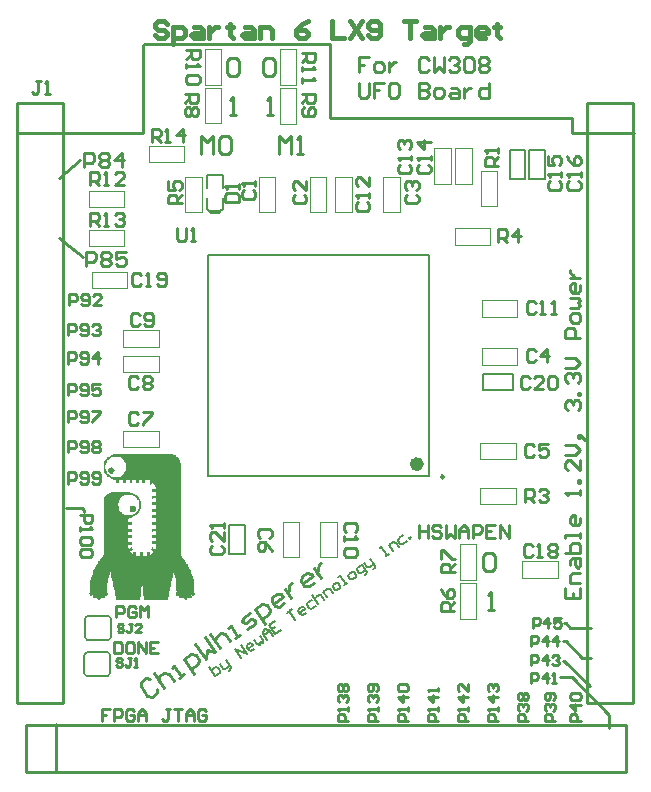
<source format=gto>
G04*
G04 #@! TF.GenerationSoftware,Altium Limited,Altium Designer,18.1.9 (240)*
G04*
G04 Layer_Color=65535*
%FSLAX25Y25*%
%MOIN*%
G70*
G01*
G75*
%ADD10C,0.00787*%
%ADD11C,0.00984*%
%ADD12C,0.02362*%
%ADD13C,0.01000*%
%ADD14C,0.00394*%
%ADD15C,0.00500*%
%ADD16C,0.00800*%
%ADD17C,0.01500*%
G36*
X152544Y205617D02*
X153534D01*
Y205369D01*
X153782D01*
Y205121D01*
X154029D01*
Y204874D01*
X154277D01*
Y204626D01*
X154524D01*
Y204379D01*
X154772D01*
Y204131D01*
Y203884D01*
X155019D01*
Y203636D01*
Y203388D01*
Y203141D01*
X155267D01*
Y202893D01*
Y202646D01*
Y202398D01*
Y202151D01*
Y201903D01*
Y201655D01*
Y201408D01*
Y201160D01*
Y200913D01*
Y200665D01*
Y200417D01*
Y200170D01*
Y199922D01*
Y199675D01*
Y199427D01*
Y199180D01*
Y198932D01*
Y198685D01*
Y198437D01*
Y198189D01*
Y197942D01*
Y197694D01*
Y197447D01*
Y197199D01*
Y196951D01*
Y196704D01*
Y196456D01*
Y196209D01*
Y195961D01*
Y195714D01*
Y195466D01*
Y195219D01*
Y194971D01*
Y194723D01*
Y194476D01*
Y194228D01*
Y193981D01*
Y193733D01*
Y193485D01*
Y193238D01*
Y192990D01*
Y192743D01*
Y192495D01*
Y192248D01*
Y192000D01*
Y191753D01*
Y191505D01*
Y191257D01*
Y191010D01*
Y190762D01*
Y190515D01*
Y190267D01*
Y190020D01*
Y189772D01*
Y189524D01*
Y189277D01*
Y189029D01*
Y188782D01*
Y188534D01*
Y188286D01*
Y188039D01*
Y187791D01*
Y187544D01*
Y187296D01*
Y187049D01*
Y186801D01*
Y186553D01*
Y186306D01*
Y186058D01*
Y185811D01*
Y185563D01*
Y185316D01*
Y185068D01*
Y184820D01*
Y184573D01*
Y184325D01*
Y184078D01*
Y183830D01*
Y183583D01*
Y183335D01*
Y183087D01*
Y182840D01*
Y182592D01*
Y182345D01*
Y182097D01*
Y181850D01*
Y181602D01*
Y181354D01*
Y181107D01*
Y180859D01*
Y180612D01*
Y180364D01*
Y180116D01*
Y179869D01*
Y179621D01*
Y179374D01*
Y179126D01*
Y178879D01*
Y178631D01*
Y178384D01*
Y178136D01*
Y177888D01*
Y177641D01*
Y177393D01*
Y177146D01*
Y176898D01*
Y176651D01*
Y176403D01*
Y176155D01*
Y175908D01*
Y175660D01*
Y175413D01*
Y175165D01*
Y174917D01*
Y174670D01*
Y174422D01*
Y174175D01*
Y173927D01*
Y173680D01*
Y173432D01*
Y173185D01*
Y172937D01*
Y172689D01*
Y172442D01*
Y172194D01*
Y171947D01*
X155515D01*
Y171699D01*
Y171451D01*
X155762D01*
Y171204D01*
X156010D01*
Y170956D01*
X156257D01*
Y170709D01*
X156505D01*
Y170461D01*
Y170214D01*
X156753D01*
Y169966D01*
X157000D01*
Y169719D01*
Y169471D01*
X157248D01*
Y169223D01*
X157495D01*
Y168976D01*
Y168728D01*
X157743D01*
Y168481D01*
Y168233D01*
X157990D01*
Y167985D01*
Y167738D01*
X158238D01*
Y167490D01*
Y167243D01*
X158485D01*
Y166995D01*
Y166748D01*
Y166500D01*
X158733D01*
Y166252D01*
Y166005D01*
X158981D01*
Y165757D01*
Y165510D01*
Y165262D01*
X159228D01*
Y165015D01*
Y164767D01*
Y164519D01*
Y164272D01*
X159476D01*
Y164024D01*
Y163777D01*
Y163529D01*
Y163282D01*
Y163034D01*
Y162786D01*
Y162539D01*
X159723D01*
Y162291D01*
Y162044D01*
Y161796D01*
Y161548D01*
Y161301D01*
Y161053D01*
Y160806D01*
Y160558D01*
Y160311D01*
X159476D01*
Y160063D01*
X159723D01*
Y159816D01*
X159971D01*
Y159568D01*
Y159320D01*
Y159073D01*
X159723D01*
Y158825D01*
X158981D01*
Y159073D01*
X158733D01*
Y158825D01*
Y158578D01*
X158981D01*
Y158330D01*
Y158082D01*
X158733D01*
Y157835D01*
X157743D01*
Y158082D01*
X157495D01*
Y157835D01*
X157248D01*
Y157587D01*
Y157340D01*
X156505D01*
Y157587D01*
X156257D01*
Y157835D01*
X156010D01*
Y158082D01*
X155762D01*
Y157835D01*
X154772D01*
Y158082D01*
X154524D01*
Y158330D01*
Y158578D01*
X154772D01*
Y158825D01*
X153782D01*
Y159073D01*
X153534D01*
Y159320D01*
Y159568D01*
Y159816D01*
X153782D01*
Y160063D01*
X154029D01*
Y160311D01*
X153782D01*
Y160558D01*
Y160806D01*
Y161053D01*
Y161301D01*
Y161548D01*
Y161796D01*
Y162044D01*
Y162291D01*
Y162539D01*
Y162786D01*
Y163034D01*
Y163282D01*
X153534D01*
Y163529D01*
Y163777D01*
Y164024D01*
Y164272D01*
Y164519D01*
Y164767D01*
X153286D01*
Y165015D01*
Y165262D01*
Y165510D01*
Y165757D01*
X153039D01*
Y166005D01*
Y166252D01*
Y166500D01*
X152791D01*
Y166252D01*
X152544D01*
Y166005D01*
Y165757D01*
Y165510D01*
Y165262D01*
Y165015D01*
Y164767D01*
Y164519D01*
X152296D01*
Y164272D01*
Y164024D01*
Y163777D01*
Y163529D01*
X152049D01*
Y163282D01*
Y163034D01*
Y162786D01*
Y162539D01*
X151801D01*
Y162291D01*
Y162044D01*
Y161796D01*
Y161548D01*
X151553D01*
Y161301D01*
Y161053D01*
Y160806D01*
Y160558D01*
Y160311D01*
X151306D01*
Y160063D01*
Y159816D01*
Y159568D01*
Y159320D01*
Y159073D01*
Y158825D01*
Y158578D01*
Y158330D01*
X151058D01*
Y158082D01*
Y157835D01*
Y157587D01*
Y157340D01*
X142888D01*
Y157587D01*
Y157835D01*
Y158082D01*
Y158330D01*
Y158578D01*
Y158825D01*
X142641D01*
Y159073D01*
Y159320D01*
Y159568D01*
Y159816D01*
Y160063D01*
Y160311D01*
Y160558D01*
Y160806D01*
Y161053D01*
Y161301D01*
Y161548D01*
Y161796D01*
Y162044D01*
X142393D01*
Y162291D01*
Y162539D01*
Y162786D01*
Y163034D01*
Y163282D01*
Y163529D01*
Y163777D01*
X142146D01*
Y163529D01*
Y163282D01*
Y163034D01*
Y162786D01*
Y162539D01*
Y162291D01*
Y162044D01*
Y161796D01*
Y161548D01*
X141898D01*
Y161301D01*
Y161053D01*
Y160806D01*
Y160558D01*
Y160311D01*
Y160063D01*
Y159816D01*
Y159568D01*
Y159320D01*
Y159073D01*
Y158825D01*
Y158578D01*
Y158330D01*
X141650D01*
Y158082D01*
Y157835D01*
Y157587D01*
Y157340D01*
X133481D01*
Y157587D01*
Y157835D01*
Y158082D01*
Y158330D01*
Y158578D01*
Y158825D01*
X133233D01*
Y159073D01*
Y159320D01*
Y159568D01*
Y159816D01*
Y160063D01*
Y160311D01*
Y160558D01*
X132985D01*
Y160806D01*
Y161053D01*
Y161301D01*
Y161548D01*
X132738D01*
Y161796D01*
Y162044D01*
Y162291D01*
Y162539D01*
X132490D01*
Y162786D01*
Y163034D01*
Y163282D01*
Y163529D01*
Y163777D01*
X132243D01*
Y164024D01*
Y164272D01*
Y164519D01*
Y164767D01*
X131995D01*
Y165015D01*
Y165262D01*
Y165510D01*
Y165757D01*
Y166005D01*
Y166252D01*
Y166500D01*
X131500D01*
Y166252D01*
Y166005D01*
Y165757D01*
Y165510D01*
X131252D01*
Y165262D01*
Y165015D01*
Y164767D01*
Y164519D01*
X131005D01*
Y164272D01*
Y164024D01*
Y163777D01*
Y163529D01*
Y163282D01*
Y163034D01*
X130757D01*
Y162786D01*
Y162539D01*
Y162291D01*
Y162044D01*
Y161796D01*
Y161548D01*
Y161301D01*
Y161053D01*
Y160806D01*
Y160558D01*
Y160311D01*
Y160063D01*
Y159816D01*
X131005D01*
Y159568D01*
Y159320D01*
Y159073D01*
X130757D01*
Y158825D01*
X129767D01*
Y158578D01*
X130015D01*
Y158330D01*
Y158082D01*
X129767D01*
Y157835D01*
X128777D01*
Y158082D01*
X128529D01*
Y157835D01*
Y157587D01*
X128281D01*
Y157340D01*
X127539D01*
Y157587D01*
X127291D01*
Y157835D01*
Y158082D01*
X126796D01*
Y157835D01*
X125806D01*
Y158082D01*
Y158330D01*
Y158578D01*
Y158825D01*
Y159073D01*
X125558D01*
Y158825D01*
X124815D01*
Y159073D01*
Y159320D01*
X124568D01*
Y159568D01*
Y159816D01*
X124815D01*
Y160063D01*
X125063D01*
Y160311D01*
X124815D01*
Y160558D01*
Y160806D01*
Y161053D01*
Y161301D01*
Y161548D01*
Y161796D01*
Y162044D01*
Y162291D01*
X125063D01*
Y162539D01*
Y162786D01*
Y163034D01*
Y163282D01*
Y163529D01*
Y163777D01*
Y164024D01*
X125311D01*
Y164272D01*
Y164519D01*
Y164767D01*
Y165015D01*
X125558D01*
Y165262D01*
Y165510D01*
Y165757D01*
X125806D01*
Y166005D01*
Y166252D01*
Y166500D01*
X126053D01*
Y166748D01*
Y166995D01*
Y167243D01*
X126301D01*
Y167490D01*
Y167738D01*
X126549D01*
Y167985D01*
Y168233D01*
X126796D01*
Y168481D01*
Y168728D01*
X127044D01*
Y168976D01*
X127291D01*
Y169223D01*
Y169471D01*
X127539D01*
Y169719D01*
Y169966D01*
X127786D01*
Y170214D01*
X128034D01*
Y170461D01*
X128281D01*
Y170709D01*
Y170956D01*
X128529D01*
Y171204D01*
X128777D01*
Y171451D01*
X129024D01*
Y171699D01*
X129272D01*
Y171947D01*
Y172194D01*
X129519D01*
Y172442D01*
Y172689D01*
Y172937D01*
Y173185D01*
Y173432D01*
Y173680D01*
Y173927D01*
Y174175D01*
Y174422D01*
Y174670D01*
Y174917D01*
Y175165D01*
Y175413D01*
Y175660D01*
Y175908D01*
Y176155D01*
Y176403D01*
Y176651D01*
Y176898D01*
Y177146D01*
Y177393D01*
Y177641D01*
Y177888D01*
Y178136D01*
Y178384D01*
Y178631D01*
Y178879D01*
Y179126D01*
Y179374D01*
Y179621D01*
Y179869D01*
Y180116D01*
Y180364D01*
Y180612D01*
Y180859D01*
Y181107D01*
Y181354D01*
Y181602D01*
Y181850D01*
Y182097D01*
Y182345D01*
Y182592D01*
Y182840D01*
Y183087D01*
Y183335D01*
Y183583D01*
Y183830D01*
Y184078D01*
Y184325D01*
Y184573D01*
Y184820D01*
Y185068D01*
Y185316D01*
Y185563D01*
Y185811D01*
Y186058D01*
Y186306D01*
Y186553D01*
Y186801D01*
Y187049D01*
Y187296D01*
Y187544D01*
Y187791D01*
Y188039D01*
Y188286D01*
Y188534D01*
Y188782D01*
Y189029D01*
Y189277D01*
Y189524D01*
Y189772D01*
Y190020D01*
Y190267D01*
Y190515D01*
Y190762D01*
Y191010D01*
Y191257D01*
X129767D01*
Y191505D01*
Y191753D01*
X130015D01*
Y192000D01*
X130262D01*
Y192248D01*
X130510D01*
Y192495D01*
X130757D01*
Y192743D01*
X131252D01*
Y192990D01*
X131995D01*
Y193238D01*
X138432D01*
Y192990D01*
X139422D01*
Y192743D01*
X139918D01*
Y192495D01*
X140165D01*
Y192248D01*
X140660D01*
Y192000D01*
X140908D01*
Y191753D01*
X141155D01*
Y191505D01*
Y191257D01*
X141403D01*
Y191010D01*
X141650D01*
Y190762D01*
Y190515D01*
Y190267D01*
X141898D01*
Y190020D01*
Y189772D01*
Y189524D01*
Y189277D01*
Y189029D01*
Y188782D01*
Y188534D01*
Y188286D01*
Y188039D01*
Y187791D01*
X141650D01*
Y187544D01*
Y187296D01*
Y187049D01*
X141403D01*
Y186801D01*
X141155D01*
Y186553D01*
Y186306D01*
X140908D01*
Y186058D01*
X140660D01*
Y185811D01*
X140413D01*
Y185563D01*
X139918D01*
Y185316D01*
X139422D01*
Y185068D01*
X138927D01*
Y184820D01*
X138184D01*
Y184573D01*
X137937D01*
Y184325D01*
X137689D01*
Y184078D01*
Y183830D01*
Y183583D01*
Y183335D01*
X138927D01*
Y183087D01*
Y182840D01*
Y182592D01*
Y182345D01*
X137689D01*
Y182097D01*
Y181850D01*
Y181602D01*
Y181354D01*
Y181107D01*
X138927D01*
Y180859D01*
Y180612D01*
Y180364D01*
Y180116D01*
X137689D01*
Y179869D01*
Y179621D01*
Y179374D01*
Y179126D01*
Y178879D01*
X138927D01*
Y178631D01*
Y178384D01*
Y178136D01*
Y177888D01*
X137689D01*
Y177641D01*
Y177393D01*
Y177146D01*
Y176898D01*
Y176651D01*
X138927D01*
Y176403D01*
Y176155D01*
Y175908D01*
Y175660D01*
X137689D01*
Y175413D01*
Y175165D01*
Y174917D01*
Y174670D01*
X137937D01*
Y174422D01*
X138432D01*
Y174670D01*
X138680D01*
Y174917D01*
X138927D01*
Y174670D01*
Y174422D01*
X139175D01*
Y174175D01*
X139422D01*
Y173927D01*
X138927D01*
Y173680D01*
X138432D01*
Y173432D01*
Y173185D01*
X138680D01*
Y172937D01*
X138927D01*
Y172689D01*
X139175D01*
Y172442D01*
X139422D01*
Y172689D01*
Y172937D01*
Y173185D01*
X140413D01*
Y172937D01*
Y172689D01*
Y172442D01*
Y172194D01*
Y171947D01*
X141650D01*
Y172194D01*
Y172442D01*
Y172689D01*
Y172937D01*
Y173185D01*
X142641D01*
Y172937D01*
Y172689D01*
Y172442D01*
Y172194D01*
Y171947D01*
X143879D01*
Y172194D01*
Y172442D01*
Y172689D01*
Y172937D01*
Y173185D01*
X144869D01*
Y172937D01*
Y172689D01*
Y172442D01*
X145364D01*
Y172689D01*
X145612D01*
Y172937D01*
X145859D01*
Y173185D01*
X146107D01*
Y173432D01*
Y173680D01*
X145612D01*
Y173927D01*
X145364D01*
Y174175D01*
Y174422D01*
X145612D01*
Y174670D01*
Y174917D01*
X145859D01*
Y174670D01*
X146107D01*
Y174422D01*
X146850D01*
Y174670D01*
Y174917D01*
Y175165D01*
Y175413D01*
Y175660D01*
Y175908D01*
X145612D01*
Y176155D01*
Y176403D01*
Y176651D01*
Y176898D01*
X146850D01*
Y177146D01*
Y177393D01*
Y177641D01*
Y177888D01*
Y178136D01*
X145612D01*
Y178384D01*
Y178631D01*
Y178879D01*
Y179126D01*
X146850D01*
Y179374D01*
Y179621D01*
Y179869D01*
Y180116D01*
Y180364D01*
X145859D01*
Y180116D01*
X145612D01*
Y180364D01*
Y180612D01*
Y180859D01*
Y181107D01*
X146850D01*
Y181354D01*
Y181602D01*
Y181850D01*
Y182097D01*
Y182345D01*
X145612D01*
Y182592D01*
Y182840D01*
Y183087D01*
Y183335D01*
X146850D01*
Y183583D01*
Y183830D01*
Y184078D01*
Y184325D01*
Y184573D01*
X145612D01*
Y184820D01*
Y185068D01*
Y185316D01*
Y185563D01*
X146850D01*
Y185811D01*
Y186058D01*
Y186306D01*
Y186553D01*
Y186801D01*
X145612D01*
Y187049D01*
Y187296D01*
Y187544D01*
Y187791D01*
X146850D01*
Y188039D01*
Y188286D01*
Y188534D01*
Y188782D01*
Y189029D01*
X145612D01*
Y189277D01*
Y189524D01*
Y189772D01*
Y190020D01*
X146850D01*
Y190267D01*
Y190515D01*
Y190762D01*
Y191010D01*
Y191257D01*
X145859D01*
Y191010D01*
X145612D01*
Y191257D01*
Y191505D01*
Y191753D01*
Y192000D01*
X146850D01*
Y192248D01*
Y192495D01*
Y192743D01*
Y192990D01*
Y193238D01*
X145612D01*
Y193485D01*
Y193733D01*
Y193981D01*
Y194228D01*
X146850D01*
Y194476D01*
Y194723D01*
Y194971D01*
X146602D01*
Y195219D01*
Y195466D01*
Y195714D01*
X146354D01*
Y195961D01*
X146107D01*
Y196209D01*
X145612D01*
Y195961D01*
X145364D01*
Y195714D01*
X145116D01*
Y195961D01*
X144869D01*
Y196209D01*
X144621D01*
Y196456D01*
X144869D01*
Y196704D01*
X145116D01*
Y196951D01*
Y197199D01*
X144621D01*
Y197447D01*
X143384D01*
Y197199D01*
Y196951D01*
Y196704D01*
Y196456D01*
X142641D01*
Y196209D01*
X142393D01*
Y196456D01*
Y196704D01*
Y196951D01*
Y197199D01*
Y197447D01*
X141155D01*
Y197199D01*
Y196951D01*
Y196704D01*
Y196456D01*
X140413D01*
Y196209D01*
X140165D01*
Y196456D01*
Y196704D01*
Y196951D01*
Y197199D01*
Y197447D01*
X138927D01*
Y197199D01*
Y196951D01*
Y196704D01*
Y196456D01*
X138184D01*
Y196704D01*
Y196951D01*
Y197199D01*
Y197447D01*
X136947D01*
Y197199D01*
Y196951D01*
Y196704D01*
Y196456D01*
Y196209D01*
X136699D01*
Y196456D01*
X135956D01*
Y196704D01*
Y196951D01*
Y197199D01*
Y197447D01*
X134719D01*
Y197199D01*
Y196951D01*
Y196704D01*
Y196456D01*
Y196209D01*
X134471D01*
Y196456D01*
X133728D01*
Y196704D01*
Y196951D01*
Y197199D01*
Y197447D01*
X132738D01*
Y197694D01*
X131995D01*
Y197942D01*
X131500D01*
Y198189D01*
X131005D01*
Y198437D01*
X130757D01*
Y198685D01*
X130510D01*
Y198932D01*
X130262D01*
Y199180D01*
X130015D01*
Y199427D01*
Y199675D01*
X129767D01*
Y199922D01*
Y200170D01*
X129519D01*
Y200417D01*
Y200665D01*
Y200913D01*
Y201160D01*
Y201408D01*
Y201655D01*
Y201903D01*
Y202151D01*
Y202398D01*
Y202646D01*
Y202893D01*
Y203141D01*
X129767D01*
Y203388D01*
Y203636D01*
X130015D01*
Y203884D01*
Y204131D01*
X130262D01*
Y204379D01*
X130510D01*
Y204626D01*
X130757D01*
Y204874D01*
X131005D01*
Y205121D01*
X131500D01*
Y205369D01*
X131995D01*
Y205617D01*
X132738D01*
Y205864D01*
X152544D01*
Y205617D01*
D02*
G37*
%LPC*%
G36*
X134471Y205121D02*
X132490D01*
Y204874D01*
X131995D01*
Y204626D01*
X131500D01*
Y204379D01*
X131252D01*
Y204131D01*
X131005D01*
Y203884D01*
X130757D01*
Y203636D01*
X130510D01*
Y203388D01*
Y203141D01*
X130262D01*
Y202893D01*
Y202646D01*
Y202398D01*
X130015D01*
Y202151D01*
Y201903D01*
Y201655D01*
Y201408D01*
Y201160D01*
Y200913D01*
X130262D01*
Y200665D01*
Y200417D01*
Y200170D01*
X130510D01*
Y199922D01*
Y199675D01*
X130757D01*
Y199427D01*
X131005D01*
Y199180D01*
X131252D01*
Y198932D01*
X131500D01*
Y198685D01*
X131995D01*
Y198437D01*
X132490D01*
Y198189D01*
X134719D01*
Y198437D01*
X135214D01*
Y198685D01*
X135709D01*
Y198932D01*
X135956D01*
Y199180D01*
X136204D01*
Y199427D01*
X136451D01*
Y199675D01*
Y199922D01*
X136699D01*
Y200170D01*
Y200417D01*
X136947D01*
Y200665D01*
Y200913D01*
Y201160D01*
Y201408D01*
Y201655D01*
Y201903D01*
Y202151D01*
Y202398D01*
Y202646D01*
Y202893D01*
X136699D01*
Y203141D01*
Y203388D01*
X136451D01*
Y203636D01*
Y203884D01*
X136204D01*
Y204131D01*
X135956D01*
Y204379D01*
X135709D01*
Y204626D01*
X135214D01*
Y204874D01*
X134471D01*
Y205121D01*
D02*
G37*
G36*
X138680Y192495D02*
X136947D01*
Y192248D01*
X136204D01*
Y192000D01*
X135709D01*
Y191753D01*
X135461D01*
Y191505D01*
X135214D01*
Y191257D01*
X134966D01*
Y191010D01*
Y190762D01*
X134719D01*
Y190515D01*
X134471D01*
Y190267D01*
Y190020D01*
Y189772D01*
Y189524D01*
X134223D01*
Y189277D01*
Y189029D01*
Y188782D01*
Y188534D01*
X134471D01*
Y188286D01*
Y188039D01*
Y187791D01*
Y187544D01*
X134719D01*
Y187296D01*
Y187049D01*
X134966D01*
Y186801D01*
X135214D01*
Y186553D01*
X135461D01*
Y186306D01*
X135709D01*
Y186058D01*
X136204D01*
Y185811D01*
X136699D01*
Y185563D01*
X138927D01*
Y185811D01*
X139422D01*
Y186058D01*
X139918D01*
Y186306D01*
X140165D01*
Y186553D01*
X140413D01*
Y186801D01*
X140660D01*
Y187049D01*
X140908D01*
Y187296D01*
Y187544D01*
X141155D01*
Y187791D01*
Y188039D01*
Y188286D01*
Y188534D01*
X141403D01*
Y188782D01*
Y189029D01*
Y189277D01*
Y189524D01*
X141155D01*
Y189772D01*
Y190020D01*
Y190267D01*
Y190515D01*
X140908D01*
Y190762D01*
X140660D01*
Y191010D01*
Y191257D01*
X140413D01*
Y191505D01*
X140165D01*
Y191753D01*
X139918D01*
Y192000D01*
X139422D01*
Y192248D01*
X138680D01*
Y192495D01*
D02*
G37*
%LPD*%
G36*
X132243Y201408D02*
X132738D01*
Y201160D01*
X132985D01*
Y200913D01*
Y200665D01*
X133233D01*
Y200417D01*
X132985D01*
Y200170D01*
Y199922D01*
X132738D01*
Y199675D01*
X132490D01*
Y199427D01*
X131500D01*
Y199675D01*
X131252D01*
Y199922D01*
X131005D01*
Y200170D01*
Y200417D01*
Y200665D01*
Y200913D01*
X131252D01*
Y201160D01*
Y201408D01*
X131995D01*
Y201655D01*
X132243D01*
Y201408D01*
D02*
G37*
G36*
X139918Y188286D02*
X140165D01*
Y188039D01*
Y187791D01*
Y187544D01*
Y187296D01*
Y187049D01*
X139918D01*
Y186801D01*
X139670D01*
Y186553D01*
X138680D01*
Y186801D01*
X138432D01*
Y187049D01*
X138184D01*
Y187296D01*
Y187544D01*
Y187791D01*
Y188039D01*
Y188286D01*
X138432D01*
Y188534D01*
X139918D01*
Y188286D01*
D02*
G37*
D10*
X124350Y151937D02*
G03*
X123169Y150756I0J-1181D01*
G01*
Y144850D02*
G03*
X123957Y144063I787J0D01*
G01*
X131043D02*
G03*
X131831Y144850I0J787D01*
G01*
Y151150D02*
G03*
X131043Y151937I-787J0D01*
G01*
X124229Y139937D02*
G03*
X123048Y138756I0J-1181D01*
G01*
Y132850D02*
G03*
X123835Y132063I787J0D01*
G01*
X130922D02*
G03*
X131709Y132850I0J787D01*
G01*
Y139150D02*
G03*
X130922Y139937I-787J0D01*
G01*
X176559Y173169D02*
Y181831D01*
X171441Y173169D02*
Y181831D01*
X176559D02*
Y182421D01*
X171441Y181831D02*
Y182421D01*
Y172579D02*
Y173169D01*
X176559Y172579D02*
Y173169D01*
X171441Y172579D02*
X176559D01*
X171441Y182421D02*
X176559D01*
X256669Y232559D02*
X265331D01*
X256669Y227441D02*
X265331D01*
X256079Y232559D02*
X256669D01*
X256079Y227441D02*
X256669D01*
X265331D02*
X265921D01*
X265331Y232559D02*
X265921D01*
Y227441D02*
Y232559D01*
X256079Y227441D02*
Y232559D01*
X264941Y298169D02*
Y306831D01*
X270059Y298169D02*
Y306831D01*
X264941Y297579D02*
Y298169D01*
X270059Y297579D02*
Y298169D01*
Y306831D02*
Y307421D01*
X264941Y306831D02*
Y307421D01*
X270059D01*
X264941Y297579D02*
X270059D01*
X271441Y298169D02*
Y306831D01*
X276559Y298169D02*
Y306831D01*
X271441Y297579D02*
Y298169D01*
X276559Y297579D02*
Y298169D01*
Y306831D02*
Y307421D01*
X271441Y306831D02*
Y307421D01*
X276559D01*
X271441Y297579D02*
X276559D01*
X123169Y144850D02*
Y150756D01*
X123957Y144063D02*
X131043D01*
X131831Y144850D02*
Y151150D01*
X124350Y151937D02*
X131043D01*
X123048Y132850D02*
Y138756D01*
X123835Y132063D02*
X130922D01*
X131709Y132850D02*
Y139150D01*
X124229Y139937D02*
X130922D01*
X237811Y198689D02*
Y272311D01*
X164189Y198689D02*
Y272311D01*
Y198689D02*
X237811D01*
X164189Y272311D02*
X237811D01*
D11*
X242929Y198394D02*
G03*
X242929Y198394I-492J0D01*
G01*
D12*
X235055Y202626D02*
G03*
X235055Y202626I-1181J0D01*
G01*
D13*
X122500Y188000D02*
X123000Y186500D01*
X117000Y188000D02*
X122500D01*
X306000Y123000D02*
Y323000D01*
X100626Y313000D02*
X116374D01*
X100626Y323000D02*
X116000D01*
Y123000D02*
Y323000D01*
X100626Y123000D02*
X116000D01*
X100626D02*
Y323000D01*
X113500Y100126D02*
Y115874D01*
X103500Y100126D02*
Y115500D01*
X303500D01*
Y100126D02*
Y115500D01*
X103500Y100126D02*
X303500D01*
X290626Y313000D02*
X306374D01*
X290626Y323000D02*
X306000D01*
X290626Y123000D02*
X306000D01*
X290626D02*
Y323000D01*
X114500Y278000D02*
X122500Y271500D01*
X114500Y298000D02*
X121500Y304000D01*
X298000Y114500D02*
Y119000D01*
X285500Y131500D02*
X298000Y119000D01*
X281500Y131500D02*
X285500D01*
X282500Y137000D02*
X283000D01*
X291500Y128500D01*
X282500Y143500D02*
X283500D01*
X289000Y138000D01*
X292000D01*
X283000Y149500D02*
X283500D01*
X285000Y148000D01*
X292000D01*
X143000Y342500D02*
X205000D01*
Y318000D02*
Y342500D01*
Y318000D02*
X285500D01*
Y313000D02*
Y318000D01*
Y313000D02*
X290626D01*
X116374D02*
X142500D01*
Y342000D01*
X143000Y342500D01*
X217832Y338193D02*
X214500D01*
Y335693D01*
X216166D01*
X214500D01*
Y333194D01*
X220331D02*
X221998D01*
X222831Y334027D01*
Y335693D01*
X221998Y336526D01*
X220331D01*
X219498Y335693D01*
Y334027D01*
X220331Y333194D01*
X224497Y336526D02*
Y333194D01*
Y334860D01*
X225330Y335693D01*
X226163Y336526D01*
X226996D01*
X237826Y337359D02*
X236993Y338193D01*
X235327D01*
X234493Y337359D01*
Y334027D01*
X235327Y333194D01*
X236993D01*
X237826Y334027D01*
X239492Y338193D02*
Y333194D01*
X241158Y334860D01*
X242824Y333194D01*
Y338193D01*
X244490Y337359D02*
X245323Y338193D01*
X246989D01*
X247822Y337359D01*
Y336526D01*
X246989Y335693D01*
X246156D01*
X246989D01*
X247822Y334860D01*
Y334027D01*
X246989Y333194D01*
X245323D01*
X244490Y334027D01*
X249489Y337359D02*
X250322Y338193D01*
X251988D01*
X252821Y337359D01*
Y334027D01*
X251988Y333194D01*
X250322D01*
X249489Y334027D01*
Y337359D01*
X254487D02*
X255320Y338193D01*
X256986D01*
X257819Y337359D01*
Y336526D01*
X256986Y335693D01*
X257819Y334860D01*
Y334027D01*
X256986Y333194D01*
X255320D01*
X254487Y334027D01*
Y334860D01*
X255320Y335693D01*
X254487Y336526D01*
Y337359D01*
X255320Y335693D02*
X256986D01*
X214500Y329795D02*
Y325629D01*
X215333Y324796D01*
X216999D01*
X217832Y325629D01*
Y329795D01*
X222831D02*
X219498D01*
Y327295D01*
X221164D01*
X219498D01*
Y324796D01*
X226996Y329795D02*
X225330D01*
X224497Y328961D01*
Y325629D01*
X225330Y324796D01*
X226996D01*
X227829Y325629D01*
Y328961D01*
X226996Y329795D01*
X234493D02*
Y324796D01*
X236993D01*
X237826Y325629D01*
Y326462D01*
X236993Y327295D01*
X234493D01*
X236993D01*
X237826Y328128D01*
Y328961D01*
X236993Y329795D01*
X234493D01*
X240325Y324796D02*
X241991D01*
X242824Y325629D01*
Y327295D01*
X241991Y328128D01*
X240325D01*
X239492Y327295D01*
Y325629D01*
X240325Y324796D01*
X245323Y328128D02*
X246989D01*
X247822Y327295D01*
Y324796D01*
X245323D01*
X244490Y325629D01*
X245323Y326462D01*
X247822D01*
X249489Y328128D02*
Y324796D01*
Y326462D01*
X250322Y327295D01*
X251155Y328128D01*
X251988D01*
X257819Y329795D02*
Y324796D01*
X255320D01*
X254487Y325629D01*
Y327295D01*
X255320Y328128D01*
X257819D01*
X145071Y130935D02*
X143678Y131177D01*
X142042Y130027D01*
X141800Y128635D01*
X144099Y125364D01*
X145492Y125121D01*
X147128Y126271D01*
X147371Y127664D01*
X146131Y132902D02*
X149581Y127996D01*
X147856Y130449D01*
X148099Y131842D01*
X149734Y132992D01*
X151127Y132749D01*
X152852Y130296D01*
X154488Y131446D02*
X156123Y132596D01*
X155306Y132021D01*
X153006Y135292D01*
X152188Y134717D01*
X159727Y132685D02*
X156277Y137592D01*
X158730Y139317D01*
X160123Y139074D01*
X161273Y137438D01*
X161030Y136046D01*
X158577Y134321D01*
X160033Y142677D02*
X163483Y137771D01*
X163969Y140556D01*
X166754Y140071D01*
X163304Y144977D01*
X164940Y146127D02*
X168390Y141221D01*
X166665Y143674D01*
X166908Y145067D01*
X168543Y146217D01*
X169936Y145974D01*
X171661Y143521D01*
X173296Y144671D02*
X174932Y145821D01*
X174114Y145246D01*
X171814Y148517D01*
X170996Y147942D01*
X177385Y147546D02*
X179838Y149270D01*
X180081Y150663D01*
X178688Y150906D01*
X177053Y149756D01*
X175660Y149999D01*
X175903Y151392D01*
X178356Y153117D01*
X183442Y149360D02*
X179992Y154267D01*
X182445Y155991D01*
X183838Y155749D01*
X184988Y154113D01*
X184745Y152720D01*
X182292Y150996D01*
X189652Y156170D02*
X188016Y155020D01*
X186623Y155263D01*
X185473Y156899D01*
X185716Y158291D01*
X187352Y159441D01*
X188744Y159199D01*
X189319Y158381D01*
X186048Y156081D01*
X189805Y161166D02*
X192105Y157895D01*
X190955Y159531D01*
X191198Y160924D01*
X191440Y162316D01*
X192258Y162891D01*
X199465Y163070D02*
X197829Y161920D01*
X196437Y162163D01*
X195287Y163799D01*
X195529Y165191D01*
X197165Y166341D01*
X198558Y166099D01*
X199133Y165281D01*
X195861Y162981D01*
X199618Y168066D02*
X201918Y164795D01*
X200768Y166431D01*
X201011Y167824D01*
X201254Y169216D01*
X202071Y169791D01*
X283302Y161432D02*
Y158100D01*
X288300D01*
Y161432D01*
X285801Y158100D02*
Y159766D01*
X288300Y163098D02*
X284968D01*
Y165598D01*
X285801Y166431D01*
X288300D01*
X284968Y168930D02*
Y170596D01*
X285801Y171429D01*
X288300D01*
Y168930D01*
X287467Y168097D01*
X286634Y168930D01*
Y171429D01*
X283302Y173095D02*
X288300D01*
Y175594D01*
X287467Y176427D01*
X286634D01*
X285801D01*
X284968Y175594D01*
Y173095D01*
X288300Y178094D02*
Y179760D01*
Y178927D01*
X283302D01*
Y178094D01*
X288300Y184758D02*
Y183092D01*
X287467Y182259D01*
X285801D01*
X284968Y183092D01*
Y184758D01*
X285801Y185591D01*
X286634D01*
Y182259D01*
X288300Y192256D02*
Y193922D01*
Y193089D01*
X283302D01*
X284135Y192256D01*
X288300Y196421D02*
X287467D01*
Y197254D01*
X288300D01*
Y196421D01*
Y203919D02*
Y200586D01*
X284968Y203919D01*
X284135D01*
X283302Y203085D01*
Y201419D01*
X284135Y200586D01*
X283302Y205585D02*
X286634D01*
X288300Y207251D01*
X286634Y208917D01*
X283302D01*
X289133Y211416D02*
X288300Y212249D01*
X287467D01*
Y211416D01*
X288300D01*
Y212249D01*
X289133Y211416D01*
X289966Y210583D01*
X284135Y220580D02*
X283302Y221413D01*
Y223079D01*
X284135Y223912D01*
X284968D01*
X285801Y223079D01*
Y222246D01*
Y223079D01*
X286634Y223912D01*
X287467D01*
X288300Y223079D01*
Y221413D01*
X287467Y220580D01*
X288300Y225578D02*
X287467D01*
Y226411D01*
X288300D01*
Y225578D01*
X284135Y229744D02*
X283302Y230576D01*
Y232243D01*
X284135Y233076D01*
X284968D01*
X285801Y232243D01*
Y231410D01*
Y232243D01*
X286634Y233076D01*
X287467D01*
X288300Y232243D01*
Y230576D01*
X287467Y229744D01*
X283302Y234742D02*
X286634D01*
X288300Y236408D01*
X286634Y238074D01*
X283302D01*
X288300Y244739D02*
X283302D01*
Y247238D01*
X284135Y248071D01*
X285801D01*
X286634Y247238D01*
Y244739D01*
X288300Y250570D02*
Y252236D01*
X287467Y253069D01*
X285801D01*
X284968Y252236D01*
Y250570D01*
X285801Y249737D01*
X287467D01*
X288300Y250570D01*
X284968Y254735D02*
X287467D01*
X288300Y255568D01*
X287467Y256401D01*
X288300Y257235D01*
X287467Y258068D01*
X284968D01*
X288300Y262233D02*
Y260567D01*
X287467Y259734D01*
X285801D01*
X284968Y260567D01*
Y262233D01*
X285801Y263066D01*
X286634D01*
Y259734D01*
X284968Y264732D02*
X288300D01*
X286634D01*
X285801Y265565D01*
X284968Y266398D01*
Y267231D01*
X121500Y185500D02*
X125499D01*
Y183501D01*
X124832Y182834D01*
X123499D01*
X122833Y183501D01*
Y185500D01*
X121500Y181501D02*
Y180168D01*
Y180835D01*
X125499D01*
X124832Y181501D01*
Y178169D02*
X125499Y177503D01*
Y176170D01*
X124832Y175503D01*
X122167D01*
X121500Y176170D01*
Y177503D01*
X122167Y178169D01*
X124832D01*
Y174170D02*
X125499Y173504D01*
Y172171D01*
X124832Y171504D01*
X122167D01*
X121500Y172171D01*
Y173504D01*
X122167Y174170D01*
X124832D01*
X117500Y196000D02*
Y199999D01*
X119499D01*
X120166Y199332D01*
Y197999D01*
X119499Y197333D01*
X117500D01*
X121499Y196667D02*
X122165Y196000D01*
X123498D01*
X124164Y196667D01*
Y199332D01*
X123498Y199999D01*
X122165D01*
X121499Y199332D01*
Y198666D01*
X122165Y197999D01*
X124164D01*
X125497Y196667D02*
X126164Y196000D01*
X127497D01*
X128163Y196667D01*
Y199332D01*
X127497Y199999D01*
X126164D01*
X125497Y199332D01*
Y198666D01*
X126164Y197999D01*
X128163D01*
X117500Y206500D02*
Y210499D01*
X119499D01*
X120166Y209832D01*
Y208499D01*
X119499Y207833D01*
X117500D01*
X121499Y207166D02*
X122165Y206500D01*
X123498D01*
X124164Y207166D01*
Y209832D01*
X123498Y210499D01*
X122165D01*
X121499Y209832D01*
Y209166D01*
X122165Y208499D01*
X124164D01*
X125497Y209832D02*
X126164Y210499D01*
X127497D01*
X128163Y209832D01*
Y209166D01*
X127497Y208499D01*
X128163Y207833D01*
Y207166D01*
X127497Y206500D01*
X126164D01*
X125497Y207166D01*
Y207833D01*
X126164Y208499D01*
X125497Y209166D01*
Y209832D01*
X126164Y208499D02*
X127497D01*
X117500Y216500D02*
Y220499D01*
X119499D01*
X120166Y219832D01*
Y218499D01*
X119499Y217833D01*
X117500D01*
X121499Y217166D02*
X122165Y216500D01*
X123498D01*
X124164Y217166D01*
Y219832D01*
X123498Y220499D01*
X122165D01*
X121499Y219832D01*
Y219166D01*
X122165Y218499D01*
X124164D01*
X125497Y220499D02*
X128163D01*
Y219832D01*
X125497Y217166D01*
Y216500D01*
X117500Y225500D02*
Y229499D01*
X119499D01*
X120166Y228832D01*
Y227499D01*
X119499Y226833D01*
X117500D01*
X121499Y226166D02*
X122165Y225500D01*
X123498D01*
X124164Y226166D01*
Y228832D01*
X123498Y229499D01*
X122165D01*
X121499Y228832D01*
Y228166D01*
X122165Y227499D01*
X124164D01*
X128163Y229499D02*
X125497D01*
Y227499D01*
X126830Y228166D01*
X127497D01*
X128163Y227499D01*
Y226166D01*
X127497Y225500D01*
X126164D01*
X125497Y226166D01*
X117500Y236000D02*
Y239999D01*
X119499D01*
X120166Y239332D01*
Y237999D01*
X119499Y237333D01*
X117500D01*
X121499Y236666D02*
X122165Y236000D01*
X123498D01*
X124164Y236666D01*
Y239332D01*
X123498Y239999D01*
X122165D01*
X121499Y239332D01*
Y238666D01*
X122165Y237999D01*
X124164D01*
X127497Y236000D02*
Y239999D01*
X125497Y237999D01*
X128163D01*
X117500Y245500D02*
Y249499D01*
X119499D01*
X120166Y248832D01*
Y247499D01*
X119499Y246833D01*
X117500D01*
X121499Y246166D02*
X122165Y245500D01*
X123498D01*
X124164Y246166D01*
Y248832D01*
X123498Y249499D01*
X122165D01*
X121499Y248832D01*
Y248166D01*
X122165Y247499D01*
X124164D01*
X125497Y248832D02*
X126164Y249499D01*
X127497D01*
X128163Y248832D01*
Y248166D01*
X127497Y247499D01*
X126830D01*
X127497D01*
X128163Y246833D01*
Y246166D01*
X127497Y245500D01*
X126164D01*
X125497Y246166D01*
X118000Y255500D02*
Y259499D01*
X119999D01*
X120666Y258832D01*
Y257499D01*
X119999Y256833D01*
X118000D01*
X121999Y256166D02*
X122665Y255500D01*
X123998D01*
X124664Y256166D01*
Y258832D01*
X123998Y259499D01*
X122665D01*
X121999Y258832D01*
Y258166D01*
X122665Y257499D01*
X124664D01*
X128663Y255500D02*
X125997D01*
X128663Y258166D01*
Y258832D01*
X127997Y259499D01*
X126664D01*
X125997Y258832D01*
X133000Y143499D02*
Y139500D01*
X134999D01*
X135666Y140166D01*
Y142832D01*
X134999Y143499D01*
X133000D01*
X138998D02*
X137665D01*
X136999Y142832D01*
Y140166D01*
X137665Y139500D01*
X138998D01*
X139664Y140166D01*
Y142832D01*
X138998Y143499D01*
X140997Y139500D02*
Y143499D01*
X143663Y139500D01*
Y143499D01*
X147662D02*
X144996D01*
Y139500D01*
X147662D01*
X144996Y141499D02*
X146329D01*
X133500Y151500D02*
Y155499D01*
X135499D01*
X136166Y154832D01*
Y153499D01*
X135499Y152833D01*
X133500D01*
X140164Y154832D02*
X139498Y155499D01*
X138165D01*
X137499Y154832D01*
Y152166D01*
X138165Y151500D01*
X139498D01*
X140164Y152166D01*
Y153499D01*
X138832D01*
X141497Y151500D02*
Y155499D01*
X142830Y154166D01*
X144163Y155499D01*
Y151500D01*
X162000Y306000D02*
Y311998D01*
X163999Y309999D01*
X165999Y311998D01*
Y306000D01*
X167998Y310998D02*
X168998Y311998D01*
X170997D01*
X171997Y310998D01*
Y307000D01*
X170997Y306000D01*
X168998D01*
X167998Y307000D01*
Y310998D01*
X188000Y306000D02*
Y311998D01*
X189999Y309999D01*
X191999Y311998D01*
Y306000D01*
X193998D02*
X195997D01*
X194998D01*
Y311998D01*
X193998Y310998D01*
X170500Y336998D02*
X171500Y337998D01*
X173499D01*
X174499Y336998D01*
Y333000D01*
X173499Y332000D01*
X171500D01*
X170500Y333000D01*
Y336998D01*
X182500D02*
X183500Y337998D01*
X185499D01*
X186499Y336998D01*
Y333000D01*
X185499Y332000D01*
X183500D01*
X182500Y333000D01*
Y336998D01*
X171500Y319000D02*
X173499D01*
X172500D01*
Y324998D01*
X171500Y323998D01*
X184000Y319000D02*
X185999D01*
X185000D01*
Y324998D01*
X184000Y323998D01*
X256000Y171998D02*
X257000Y172998D01*
X258999D01*
X259999Y171998D01*
Y168000D01*
X258999Y167000D01*
X257000D01*
X256000Y168000D01*
Y171998D01*
X257500Y154000D02*
X259499D01*
X258500D01*
Y159998D01*
X257500Y158998D01*
X234500Y182499D02*
Y178000D01*
Y180249D01*
X237499D01*
Y182499D01*
Y178000D01*
X241998Y181749D02*
X241248Y182499D01*
X239748D01*
X238999Y181749D01*
Y180999D01*
X239748Y180249D01*
X241248D01*
X241998Y179499D01*
Y178750D01*
X241248Y178000D01*
X239748D01*
X238999Y178750D01*
X243497Y182499D02*
Y178000D01*
X244997Y179499D01*
X246496Y178000D01*
Y182499D01*
X247996Y178000D02*
Y180999D01*
X249495Y182499D01*
X250995Y180999D01*
Y178000D01*
Y180249D01*
X247996D01*
X252494Y178000D02*
Y182499D01*
X254744D01*
X255493Y181749D01*
Y180249D01*
X254744Y179499D01*
X252494D01*
X259992Y182499D02*
X256993D01*
Y178000D01*
X259992D01*
X256993Y180249D02*
X258492D01*
X261491Y178000D02*
Y182499D01*
X264490Y178000D01*
Y182499D01*
X211000Y117000D02*
X207501D01*
Y118749D01*
X208084Y119333D01*
X209251D01*
X209834Y118749D01*
Y117000D01*
X211000Y120499D02*
Y121665D01*
Y121082D01*
X207501D01*
X208084Y120499D01*
Y123415D02*
X207501Y123998D01*
Y125164D01*
X208084Y125747D01*
X208667D01*
X209251Y125164D01*
Y124581D01*
Y125164D01*
X209834Y125747D01*
X210417D01*
X211000Y125164D01*
Y123998D01*
X210417Y123415D01*
X208084Y126913D02*
X207501Y127497D01*
Y128663D01*
X208084Y129246D01*
X208667D01*
X209251Y128663D01*
X209834Y129246D01*
X210417D01*
X211000Y128663D01*
Y127497D01*
X210417Y126913D01*
X209834D01*
X209251Y127497D01*
X208667Y126913D01*
X208084D01*
X209251Y127497D02*
Y128663D01*
X221000Y117000D02*
X217501D01*
Y118749D01*
X218084Y119333D01*
X219251D01*
X219834Y118749D01*
Y117000D01*
X221000Y120499D02*
Y121665D01*
Y121082D01*
X217501D01*
X218084Y120499D01*
Y123415D02*
X217501Y123998D01*
Y125164D01*
X218084Y125747D01*
X218667D01*
X219251Y125164D01*
Y124581D01*
Y125164D01*
X219834Y125747D01*
X220417D01*
X221000Y125164D01*
Y123998D01*
X220417Y123415D01*
Y126913D02*
X221000Y127497D01*
Y128663D01*
X220417Y129246D01*
X218084D01*
X217501Y128663D01*
Y127497D01*
X218084Y126913D01*
X218667D01*
X219251Y127497D01*
Y129246D01*
X231000Y117000D02*
X227501D01*
Y118749D01*
X228084Y119333D01*
X229251D01*
X229834Y118749D01*
Y117000D01*
X231000Y120499D02*
Y121665D01*
Y121082D01*
X227501D01*
X228084Y120499D01*
X231000Y125164D02*
X227501D01*
X229251Y123415D01*
Y125747D01*
X228084Y126913D02*
X227501Y127497D01*
Y128663D01*
X228084Y129246D01*
X230417D01*
X231000Y128663D01*
Y127497D01*
X230417Y126913D01*
X228084D01*
X241000Y117000D02*
X237501D01*
Y118749D01*
X238084Y119333D01*
X239251D01*
X239834Y118749D01*
Y117000D01*
X241000Y120499D02*
Y121665D01*
Y121082D01*
X237501D01*
X238084Y120499D01*
X241000Y125164D02*
X237501D01*
X239251Y123415D01*
Y125747D01*
X241000Y126913D02*
Y128080D01*
Y127497D01*
X237501D01*
X238084Y126913D01*
X251000Y117000D02*
X247501D01*
Y118749D01*
X248084Y119333D01*
X249251D01*
X249834Y118749D01*
Y117000D01*
X251000Y120499D02*
Y121665D01*
Y121082D01*
X247501D01*
X248084Y120499D01*
X251000Y125164D02*
X247501D01*
X249251Y123415D01*
Y125747D01*
X251000Y129246D02*
Y126913D01*
X248667Y129246D01*
X248084D01*
X247501Y128663D01*
Y127497D01*
X248084Y126913D01*
X261000Y117000D02*
X257501D01*
Y118749D01*
X258084Y119333D01*
X259251D01*
X259834Y118749D01*
Y117000D01*
X261000Y120499D02*
Y121665D01*
Y121082D01*
X257501D01*
X258084Y120499D01*
X261000Y125164D02*
X257501D01*
X259251Y123415D01*
Y125747D01*
X258084Y126913D02*
X257501Y127497D01*
Y128663D01*
X258084Y129246D01*
X258667D01*
X259251Y128663D01*
Y128080D01*
Y128663D01*
X259834Y129246D01*
X260417D01*
X261000Y128663D01*
Y127497D01*
X260417Y126913D01*
X271000Y117000D02*
X267501D01*
Y118749D01*
X268084Y119333D01*
X269251D01*
X269834Y118749D01*
Y117000D01*
X268084Y120499D02*
X267501Y121082D01*
Y122248D01*
X268084Y122831D01*
X268667D01*
X269251Y122248D01*
Y121665D01*
Y122248D01*
X269834Y122831D01*
X270417D01*
X271000Y122248D01*
Y121082D01*
X270417Y120499D01*
X268084Y123998D02*
X267501Y124581D01*
Y125747D01*
X268084Y126330D01*
X268667D01*
X269251Y125747D01*
X269834Y126330D01*
X270417D01*
X271000Y125747D01*
Y124581D01*
X270417Y123998D01*
X269834D01*
X269251Y124581D01*
X268667Y123998D01*
X268084D01*
X269251Y124581D02*
Y125747D01*
X280000Y117000D02*
X276501D01*
Y118749D01*
X277084Y119333D01*
X278251D01*
X278834Y118749D01*
Y117000D01*
X277084Y120499D02*
X276501Y121082D01*
Y122248D01*
X277084Y122831D01*
X277667D01*
X278251Y122248D01*
Y121665D01*
Y122248D01*
X278834Y122831D01*
X279417D01*
X280000Y122248D01*
Y121082D01*
X279417Y120499D01*
Y123998D02*
X280000Y124581D01*
Y125747D01*
X279417Y126330D01*
X277084D01*
X276501Y125747D01*
Y124581D01*
X277084Y123998D01*
X277667D01*
X278251Y124581D01*
Y126330D01*
X288500Y117000D02*
X285001D01*
Y118749D01*
X285584Y119333D01*
X286751D01*
X287334Y118749D01*
Y117000D01*
X288500Y122248D02*
X285001D01*
X286751Y120499D01*
Y122831D01*
X285584Y123998D02*
X285001Y124581D01*
Y125747D01*
X285584Y126330D01*
X287917D01*
X288500Y125747D01*
Y124581D01*
X287917Y123998D01*
X285584D01*
X272000Y129500D02*
Y132999D01*
X273749D01*
X274333Y132416D01*
Y131249D01*
X273749Y130666D01*
X272000D01*
X277248Y129500D02*
Y132999D01*
X275499Y131249D01*
X277831D01*
X278998Y129500D02*
X280164D01*
X279581D01*
Y132999D01*
X278998Y132416D01*
X272000Y135500D02*
Y138999D01*
X273749D01*
X274333Y138416D01*
Y137249D01*
X273749Y136666D01*
X272000D01*
X277248Y135500D02*
Y138999D01*
X275499Y137249D01*
X277831D01*
X278998Y138416D02*
X279581Y138999D01*
X280747D01*
X281330Y138416D01*
Y137833D01*
X280747Y137249D01*
X280164D01*
X280747D01*
X281330Y136666D01*
Y136083D01*
X280747Y135500D01*
X279581D01*
X278998Y136083D01*
X272000Y142000D02*
Y145499D01*
X273749D01*
X274333Y144916D01*
Y143749D01*
X273749Y143166D01*
X272000D01*
X277248Y142000D02*
Y145499D01*
X275499Y143749D01*
X277831D01*
X280747Y142000D02*
Y145499D01*
X278998Y143749D01*
X281330D01*
X272500Y148000D02*
Y151499D01*
X274249D01*
X274833Y150916D01*
Y149749D01*
X274249Y149166D01*
X272500D01*
X277748Y148000D02*
Y151499D01*
X275999Y149749D01*
X278331D01*
X281830Y151499D02*
X279498D01*
Y149749D01*
X280664Y150333D01*
X281247D01*
X281830Y149749D01*
Y148583D01*
X281247Y148000D01*
X280081D01*
X279498Y148583D01*
X123000Y301500D02*
Y306498D01*
X125499D01*
X126332Y305665D01*
Y303999D01*
X125499Y303166D01*
X123000D01*
X127998Y305665D02*
X128831Y306498D01*
X130498D01*
X131331Y305665D01*
Y304832D01*
X130498Y303999D01*
X131331Y303166D01*
Y302333D01*
X130498Y301500D01*
X128831D01*
X127998Y302333D01*
Y303166D01*
X128831Y303999D01*
X127998Y304832D01*
Y305665D01*
X128831Y303999D02*
X130498D01*
X135496Y301500D02*
Y306498D01*
X132997Y303999D01*
X136329D01*
X123500Y268500D02*
Y273498D01*
X125999D01*
X126832Y272665D01*
Y270999D01*
X125999Y270166D01*
X123500D01*
X128498Y272665D02*
X129331Y273498D01*
X130998D01*
X131831Y272665D01*
Y271832D01*
X130998Y270999D01*
X131831Y270166D01*
Y269333D01*
X130998Y268500D01*
X129331D01*
X128498Y269333D01*
Y270166D01*
X129331Y270999D01*
X128498Y271832D01*
Y272665D01*
X129331Y270999D02*
X130998D01*
X136829Y273498D02*
X133497D01*
Y270999D01*
X135163Y271832D01*
X135996D01*
X136829Y270999D01*
Y269333D01*
X135996Y268500D01*
X134330D01*
X133497Y269333D01*
X131666Y120999D02*
X129000D01*
Y118999D01*
X130333D01*
X129000D01*
Y117000D01*
X132999D02*
Y120999D01*
X134998D01*
X135664Y120332D01*
Y118999D01*
X134998Y118333D01*
X132999D01*
X139663Y120332D02*
X138997Y120999D01*
X137664D01*
X136997Y120332D01*
Y117666D01*
X137664Y117000D01*
X138997D01*
X139663Y117666D01*
Y118999D01*
X138330D01*
X140996Y117000D02*
Y119666D01*
X142329Y120999D01*
X143662Y119666D01*
Y117000D01*
Y118999D01*
X140996D01*
X151659Y120999D02*
X150326D01*
X150993D01*
Y117666D01*
X150326Y117000D01*
X149660D01*
X148994Y117666D01*
X152992Y120999D02*
X155658D01*
X154325D01*
Y117000D01*
X156991D02*
Y119666D01*
X158324Y120999D01*
X159657Y119666D01*
Y117000D01*
Y118999D01*
X156991D01*
X163655Y120332D02*
X162989Y120999D01*
X161656D01*
X160990Y120332D01*
Y117666D01*
X161656Y117000D01*
X162989D01*
X163655Y117666D01*
Y118999D01*
X162323D01*
X165751Y175499D02*
X165001Y174749D01*
Y173250D01*
X165751Y172500D01*
X168750D01*
X169500Y173250D01*
Y174749D01*
X168750Y175499D01*
X169500Y179998D02*
Y176999D01*
X166501Y179998D01*
X165751D01*
X165001Y179248D01*
Y177748D01*
X165751Y176999D01*
X169500Y181497D02*
Y182997D01*
Y182247D01*
X165001D01*
X165751Y181497D01*
X271499Y231249D02*
X270749Y231998D01*
X269250D01*
X268500Y231249D01*
Y228250D01*
X269250Y227500D01*
X270749D01*
X271499Y228250D01*
X275998Y227500D02*
X272998D01*
X275998Y230499D01*
Y231249D01*
X275248Y231998D01*
X273748D01*
X272998Y231249D01*
X277497D02*
X278247Y231998D01*
X279746D01*
X280496Y231249D01*
Y228250D01*
X279746Y227500D01*
X278247D01*
X277497Y228250D01*
Y231249D01*
X284751Y296999D02*
X284001Y296249D01*
Y294750D01*
X284751Y294000D01*
X287750D01*
X288500Y294750D01*
Y296249D01*
X287750Y296999D01*
X288500Y298499D02*
Y299998D01*
Y299248D01*
X284001D01*
X284751Y298499D01*
X284001Y305246D02*
X284751Y303747D01*
X286251Y302247D01*
X287750D01*
X288500Y302997D01*
Y304497D01*
X287750Y305246D01*
X287000D01*
X286251Y304497D01*
Y302247D01*
X278251Y296999D02*
X277502Y296249D01*
Y294750D01*
X278251Y294000D01*
X281250D01*
X282000Y294750D01*
Y296249D01*
X281250Y296999D01*
X282000Y298499D02*
Y299998D01*
Y299248D01*
X277502D01*
X278251Y298499D01*
X277502Y305246D02*
Y302247D01*
X279751D01*
X279001Y303747D01*
Y304497D01*
X279751Y305246D01*
X281250D01*
X282000Y304497D01*
Y302997D01*
X281250Y302247D01*
X145500Y310000D02*
Y314498D01*
X147749D01*
X148499Y313749D01*
Y312249D01*
X147749Y311500D01*
X145500D01*
X147000D02*
X148499Y310000D01*
X149999D02*
X151498D01*
X150748D01*
Y314498D01*
X149999Y313749D01*
X155997Y310000D02*
Y314498D01*
X153747Y312249D01*
X156746D01*
X170001Y290000D02*
X174500D01*
Y292249D01*
X173750Y292999D01*
X170751D01*
X170001Y292249D01*
Y290000D01*
X174500Y294498D02*
Y295998D01*
Y295248D01*
X170001D01*
X170751Y294498D01*
X136121Y148999D02*
X135621Y149499D01*
X134622D01*
X134122Y148999D01*
Y148499D01*
X134622Y148000D01*
X135621D01*
X136121Y147500D01*
Y147000D01*
X135621Y146500D01*
X134622D01*
X134122Y147000D01*
X139120Y149499D02*
X138120D01*
X138620D01*
Y147000D01*
X138120Y146500D01*
X137620D01*
X137121Y147000D01*
X142119Y146500D02*
X140120D01*
X142119Y148499D01*
Y148999D01*
X141619Y149499D01*
X140620D01*
X140120Y148999D01*
X135756Y137499D02*
X135256Y137999D01*
X134256D01*
X133757Y137499D01*
Y136999D01*
X134256Y136500D01*
X135256D01*
X135756Y136000D01*
Y135500D01*
X135256Y135000D01*
X134256D01*
X133757Y135500D01*
X138755Y137999D02*
X137755D01*
X138255D01*
Y135500D01*
X137755Y135000D01*
X137256D01*
X136756Y135500D01*
X139755Y135000D02*
X140754D01*
X140255D01*
Y137999D01*
X139755Y137499D01*
X108499Y330499D02*
X107000D01*
X107749D01*
Y326750D01*
X107000Y326000D01*
X106250D01*
X105500Y326750D01*
X109999Y326000D02*
X111498D01*
X110748D01*
Y330499D01*
X109999Y329749D01*
X154000Y281499D02*
Y277750D01*
X154750Y277000D01*
X156249D01*
X156999Y277750D01*
Y281499D01*
X158499Y277000D02*
X159998D01*
X159248D01*
Y281499D01*
X158499Y280749D01*
X176251Y293999D02*
X175501Y293249D01*
Y291750D01*
X176251Y291000D01*
X179250D01*
X180000Y291750D01*
Y293249D01*
X179250Y293999D01*
X180000Y295498D02*
Y296998D01*
Y296248D01*
X175501D01*
X176251Y295498D01*
X193251Y292499D02*
X192501Y291749D01*
Y290250D01*
X193251Y289500D01*
X196250D01*
X197000Y290250D01*
Y291749D01*
X196250Y292499D01*
X197000Y296998D02*
Y293999D01*
X194001Y296998D01*
X193251D01*
X192501Y296248D01*
Y294748D01*
X193251Y293999D01*
X230751Y292499D02*
X230001Y291749D01*
Y290250D01*
X230751Y289500D01*
X233750D01*
X234500Y290250D01*
Y291749D01*
X233750Y292499D01*
X230751Y293999D02*
X230001Y294748D01*
Y296248D01*
X230751Y296998D01*
X231501D01*
X232251Y296248D01*
Y295498D01*
Y296248D01*
X233000Y296998D01*
X233750D01*
X234500Y296248D01*
Y294748D01*
X233750Y293999D01*
X273499Y240249D02*
X272749Y240999D01*
X271250D01*
X270500Y240249D01*
Y237250D01*
X271250Y236500D01*
X272749D01*
X273499Y237250D01*
X277248Y236500D02*
Y240999D01*
X274998Y238749D01*
X277998D01*
X272999Y208749D02*
X272249Y209499D01*
X270750D01*
X270000Y208749D01*
Y205750D01*
X270750Y205000D01*
X272249D01*
X272999Y205750D01*
X277498Y209499D02*
X274499D01*
Y207249D01*
X275998Y207999D01*
X276748D01*
X277498Y207249D01*
Y205750D01*
X276748Y205000D01*
X275248D01*
X274499Y205750D01*
X184749Y178001D02*
X185499Y178751D01*
Y180250D01*
X184749Y181000D01*
X181750D01*
X181000Y180250D01*
Y178751D01*
X181750Y178001D01*
X185499Y173502D02*
X184749Y175002D01*
X183249Y176501D01*
X181750D01*
X181000Y175752D01*
Y174252D01*
X181750Y173502D01*
X182500D01*
X183249Y174252D01*
Y176501D01*
X140999Y219249D02*
X140249Y219999D01*
X138750D01*
X138000Y219249D01*
Y216250D01*
X138750Y215500D01*
X140249D01*
X140999Y216250D01*
X142499Y219999D02*
X145498D01*
Y219249D01*
X142499Y216250D01*
Y215500D01*
X140999Y231249D02*
X140249Y231998D01*
X138750D01*
X138000Y231249D01*
Y228250D01*
X138750Y227500D01*
X140249D01*
X140999Y228250D01*
X142499Y231249D02*
X143248Y231998D01*
X144748D01*
X145498Y231249D01*
Y230499D01*
X144748Y229749D01*
X145498Y228999D01*
Y228250D01*
X144748Y227500D01*
X143248D01*
X142499Y228250D01*
Y228999D01*
X143248Y229749D01*
X142499Y230499D01*
Y231249D01*
X143248Y229749D02*
X144748D01*
X141499Y252249D02*
X140749Y252998D01*
X139250D01*
X138500Y252249D01*
Y249250D01*
X139250Y248500D01*
X140749D01*
X141499Y249250D01*
X142999D02*
X143748Y248500D01*
X145248D01*
X145998Y249250D01*
Y252249D01*
X145248Y252998D01*
X143748D01*
X142999Y252249D01*
Y251499D01*
X143748Y250749D01*
X145998D01*
X213249Y180001D02*
X213999Y180751D01*
Y182250D01*
X213249Y183000D01*
X210250D01*
X209500Y182250D01*
Y180751D01*
X210250Y180001D01*
X209500Y178501D02*
Y177002D01*
Y177752D01*
X213999D01*
X213249Y178501D01*
Y174753D02*
X213999Y174003D01*
Y172503D01*
X213249Y171754D01*
X210250D01*
X209500Y172503D01*
Y174003D01*
X210250Y174753D01*
X213249D01*
X273499Y256249D02*
X272749Y256998D01*
X271250D01*
X270500Y256249D01*
Y253250D01*
X271250Y252500D01*
X272749D01*
X273499Y253250D01*
X274998Y252500D02*
X276498D01*
X275748D01*
Y256998D01*
X274998Y256249D01*
X278747Y252500D02*
X280247D01*
X279497D01*
Y256998D01*
X278747Y256249D01*
X214251Y289999D02*
X213502Y289249D01*
Y287750D01*
X214251Y287000D01*
X217250D01*
X218000Y287750D01*
Y289249D01*
X217250Y289999D01*
X218000Y291498D02*
Y292998D01*
Y292248D01*
X213502D01*
X214251Y291498D01*
X218000Y298246D02*
Y295247D01*
X215001Y298246D01*
X214251D01*
X213502Y297497D01*
Y295997D01*
X214251Y295247D01*
X228251Y302499D02*
X227502Y301749D01*
Y300250D01*
X228251Y299500D01*
X231250D01*
X232000Y300250D01*
Y301749D01*
X231250Y302499D01*
X232000Y303998D02*
Y305498D01*
Y304748D01*
X227502D01*
X228251Y303998D01*
Y307747D02*
X227502Y308497D01*
Y309997D01*
X228251Y310746D01*
X229001D01*
X229751Y309997D01*
Y309247D01*
Y309997D01*
X230501Y310746D01*
X231250D01*
X232000Y309997D01*
Y308497D01*
X231250Y307747D01*
X234751Y302499D02*
X234001Y301749D01*
Y300250D01*
X234751Y299500D01*
X237750D01*
X238500Y300250D01*
Y301749D01*
X237750Y302499D01*
X238500Y303998D02*
Y305498D01*
Y304748D01*
X234001D01*
X234751Y303998D01*
X238500Y309997D02*
X234001D01*
X236251Y307747D01*
Y310746D01*
X272499Y175249D02*
X271749Y175999D01*
X270250D01*
X269500Y175249D01*
Y172250D01*
X270250Y171500D01*
X271749D01*
X272499Y172250D01*
X273998Y171500D02*
X275498D01*
X274748D01*
Y175999D01*
X273998Y175249D01*
X277747D02*
X278497Y175999D01*
X279997D01*
X280746Y175249D01*
Y174499D01*
X279997Y173749D01*
X280746Y173000D01*
Y172250D01*
X279997Y171500D01*
X278497D01*
X277747Y172250D01*
Y173000D01*
X278497Y173749D01*
X277747Y174499D01*
Y175249D01*
X278497Y173749D02*
X279997D01*
X141999Y265749D02*
X141249Y266498D01*
X139750D01*
X139000Y265749D01*
Y262750D01*
X139750Y262000D01*
X141249D01*
X141999Y262750D01*
X143499Y262000D02*
X144998D01*
X144248D01*
Y266498D01*
X143499Y265749D01*
X147247Y262750D02*
X147997Y262000D01*
X149497D01*
X150246Y262750D01*
Y265749D01*
X149497Y266498D01*
X147997D01*
X147247Y265749D01*
Y264999D01*
X147997Y264249D01*
X150246D01*
X261000Y302000D02*
X256502D01*
Y304249D01*
X257251Y304999D01*
X258751D01*
X259501Y304249D01*
Y302000D01*
Y303500D02*
X261000Y304999D01*
Y306499D02*
Y307998D01*
Y307248D01*
X256502D01*
X257251Y306499D01*
X270000Y190000D02*
Y194499D01*
X272249D01*
X272999Y193749D01*
Y192249D01*
X272249Y191499D01*
X270000D01*
X271499D02*
X272999Y190000D01*
X274499Y193749D02*
X275248Y194499D01*
X276748D01*
X277498Y193749D01*
Y192999D01*
X276748Y192249D01*
X275998D01*
X276748D01*
X277498Y191499D01*
Y190750D01*
X276748Y190000D01*
X275248D01*
X274499Y190750D01*
X261000Y276500D02*
Y280998D01*
X263249D01*
X263999Y280249D01*
Y278749D01*
X263249Y277999D01*
X261000D01*
X262499D02*
X263999Y276500D01*
X267748D02*
Y280998D01*
X265498Y278749D01*
X268498D01*
X155500Y289500D02*
X151001D01*
Y291749D01*
X151751Y292499D01*
X153251D01*
X154000Y291749D01*
Y289500D01*
Y291000D02*
X155500Y292499D01*
X151001Y296998D02*
Y293999D01*
X153251D01*
X152501Y295498D01*
Y296248D01*
X153251Y296998D01*
X154750D01*
X155500Y296248D01*
Y294748D01*
X154750Y293999D01*
X246346Y153654D02*
X241848D01*
Y155903D01*
X242598Y156653D01*
X244097D01*
X244847Y155903D01*
Y153654D01*
Y155153D02*
X246346Y156653D01*
X241848Y161151D02*
X242598Y159652D01*
X244097Y158152D01*
X245597D01*
X246346Y158902D01*
Y160401D01*
X245597Y161151D01*
X244847D01*
X244097Y160401D01*
Y158152D01*
X246500Y166500D02*
X242002D01*
Y168749D01*
X242751Y169499D01*
X244251D01*
X245001Y168749D01*
Y166500D01*
Y167999D02*
X246500Y169499D01*
X242002Y170999D02*
Y173998D01*
X242751D01*
X245750Y170999D01*
X246500D01*
X156500Y326000D02*
X160999D01*
Y323751D01*
X160249Y323001D01*
X158749D01*
X158000Y323751D01*
Y326000D01*
Y324500D02*
X156500Y323001D01*
X160249Y321501D02*
X160999Y320752D01*
Y319252D01*
X160249Y318502D01*
X159499D01*
X158749Y319252D01*
X158000Y318502D01*
X157250D01*
X156500Y319252D01*
Y320752D01*
X157250Y321501D01*
X158000D01*
X158749Y320752D01*
X159499Y321501D01*
X160249D01*
X158749Y320752D02*
Y319252D01*
X195500Y326000D02*
X199999D01*
Y323751D01*
X199249Y323001D01*
X197749D01*
X197000Y323751D01*
Y326000D01*
Y324500D02*
X195500Y323001D01*
X196250Y321501D02*
X195500Y320752D01*
Y319252D01*
X196250Y318502D01*
X199249D01*
X199999Y319252D01*
Y320752D01*
X199249Y321501D01*
X198499D01*
X197749Y320752D01*
Y318502D01*
X157000Y340500D02*
X161499D01*
Y338251D01*
X160749Y337501D01*
X159249D01*
X158500Y338251D01*
Y340500D01*
Y339001D02*
X157000Y337501D01*
Y336001D02*
Y334502D01*
Y335252D01*
X161499D01*
X160749Y336001D01*
Y332253D02*
X161499Y331503D01*
Y330003D01*
X160749Y329254D01*
X157750D01*
X157000Y330003D01*
Y331503D01*
X157750Y332253D01*
X160749D01*
X195500Y339500D02*
X199999D01*
Y337251D01*
X199249Y336501D01*
X197749D01*
X197000Y337251D01*
Y339500D01*
Y338000D02*
X195500Y336501D01*
Y335001D02*
Y333502D01*
Y334252D01*
X199999D01*
X199249Y335001D01*
X195500Y331253D02*
Y329753D01*
Y330503D01*
X199999D01*
X199249Y331253D01*
X125000Y295500D02*
Y299998D01*
X127249D01*
X127999Y299249D01*
Y297749D01*
X127249Y297000D01*
X125000D01*
X126499D02*
X127999Y295500D01*
X129499D02*
X130998D01*
X130248D01*
Y299998D01*
X129499Y299249D01*
X136246Y295500D02*
X133247D01*
X136246Y298499D01*
Y299249D01*
X135497Y299998D01*
X133997D01*
X133247Y299249D01*
X125000Y282000D02*
Y286498D01*
X127249D01*
X127999Y285749D01*
Y284249D01*
X127249Y283500D01*
X125000D01*
X126499D02*
X127999Y282000D01*
X129499D02*
X130998D01*
X130248D01*
Y286498D01*
X129499Y285749D01*
X133247D02*
X133997Y286498D01*
X135497D01*
X136246Y285749D01*
Y284999D01*
X135497Y284249D01*
X134747D01*
X135497D01*
X136246Y283500D01*
Y282750D01*
X135497Y282000D01*
X133997D01*
X133247Y282750D01*
D14*
X156405Y303244D02*
Y308756D01*
X144595Y303244D02*
Y308756D01*
Y303244D02*
X156405D01*
X144595Y308756D02*
X156405D01*
X136406Y288244D02*
Y293756D01*
X124594Y288244D02*
Y293756D01*
Y288244D02*
X136406D01*
X124594Y293756D02*
X136406D01*
Y275244D02*
Y280756D01*
X124594Y275244D02*
Y280756D01*
Y275244D02*
X136406D01*
X124594Y280756D02*
X136406D01*
X188244Y340905D02*
X193756D01*
X188244Y329095D02*
X193756D01*
Y340905D01*
X188244Y329095D02*
Y340905D01*
X163244D02*
X168756D01*
X163244Y329095D02*
X168756D01*
Y340905D01*
X163244Y329095D02*
Y340905D01*
X188244Y327906D02*
X193756D01*
X188244Y316094D02*
X193756D01*
Y327906D01*
X188244Y316094D02*
Y327906D01*
X163244Y328059D02*
X168756D01*
X163244Y316248D02*
X168756D01*
Y328059D01*
X163244Y316248D02*
Y328059D01*
X248244Y164094D02*
X253756D01*
X248244Y175906D02*
X253756D01*
X248244Y164094D02*
Y175906D01*
X253756Y164094D02*
Y175906D01*
X248244Y151094D02*
X253756D01*
X248244Y162906D02*
X253756D01*
X248244Y151094D02*
Y162906D01*
X253756Y151094D02*
Y162906D01*
X156744Y298406D02*
X162256D01*
X156744Y286595D02*
X162256D01*
Y298406D01*
X156744Y286595D02*
Y298406D01*
X258405Y275744D02*
Y281256D01*
X246595Y275744D02*
Y281256D01*
Y275744D02*
X258405D01*
X246595Y281256D02*
X258405D01*
X266905Y189244D02*
Y194756D01*
X255095Y189244D02*
Y194756D01*
Y189244D02*
X266905D01*
X255095Y194756D02*
X266905D01*
X255244Y288595D02*
X260756D01*
X255244Y300406D02*
X260756D01*
X255244Y288595D02*
Y300406D01*
X260756Y288595D02*
Y300406D01*
X137406Y261244D02*
Y266756D01*
X125594Y261244D02*
Y266756D01*
Y261244D02*
X137406D01*
X125594Y266756D02*
X137406D01*
X269094Y164744D02*
Y170256D01*
X280906Y164744D02*
Y170256D01*
X269094D02*
X280906D01*
X269094Y164744D02*
X280906D01*
X239744Y296094D02*
X245256D01*
X239744Y307906D02*
X245256D01*
X239744Y296094D02*
Y307906D01*
X245256Y296094D02*
Y307906D01*
X246744Y296094D02*
X252256D01*
X246744Y307906D02*
X252256D01*
X246744Y296094D02*
Y307906D01*
X252256Y296094D02*
Y307906D01*
X206744Y286595D02*
X212256D01*
X206744Y298406D02*
X212256D01*
X206744Y286595D02*
Y298406D01*
X212256Y286595D02*
Y298406D01*
X255594Y251744D02*
Y257256D01*
X267406Y251744D02*
Y257256D01*
X255594D02*
X267406D01*
X255594Y251744D02*
X267406D01*
X201744Y183405D02*
X207256D01*
X201744Y171595D02*
X207256D01*
Y183405D01*
X201744Y171595D02*
Y183405D01*
X147906Y241744D02*
Y247256D01*
X136094Y241744D02*
Y247256D01*
Y241744D02*
X147906D01*
X136094Y247256D02*
X147906D01*
Y233244D02*
Y238756D01*
X136094Y233244D02*
Y238756D01*
Y233244D02*
X147906D01*
X136094Y238756D02*
X147906D01*
Y208244D02*
Y213756D01*
X136094Y208244D02*
Y213756D01*
Y208244D02*
X147906D01*
X136094Y213756D02*
X147906D01*
X189244Y183405D02*
X194756D01*
X189244Y171595D02*
X194756D01*
Y183405D01*
X189244Y171595D02*
Y183405D01*
X255095Y204244D02*
Y209756D01*
X266905Y204244D02*
Y209756D01*
X255095D02*
X266905D01*
X255095Y204244D02*
X266905D01*
X255594Y235744D02*
Y241256D01*
X267406Y235744D02*
Y241256D01*
X255594D02*
X267406D01*
X255594Y235744D02*
X267406D01*
X222744Y286595D02*
X228256D01*
X222744Y298406D02*
X228256D01*
X222744Y286595D02*
Y298406D01*
X228256Y286595D02*
Y298406D01*
X198244Y286595D02*
X203756D01*
X198244Y298406D02*
X203756D01*
X198244Y286595D02*
Y298406D01*
X203756Y286595D02*
Y298406D01*
X181244Y286595D02*
X186756D01*
X181244Y298406D02*
X186756D01*
X181244Y286595D02*
Y298406D01*
X186756Y286595D02*
Y298406D01*
D15*
X165122Y286405D02*
X167878D01*
X169158Y294772D02*
Y299102D01*
X163842Y294772D02*
Y299102D01*
X169158D01*
Y287685D02*
Y291228D01*
X163842Y287685D02*
Y291228D01*
Y287685D02*
X164630Y286898D01*
X164532Y286996D02*
X165122Y286405D01*
X167878D02*
X168567Y287094D01*
X164630Y286898D02*
X168370D01*
X169158Y287685D01*
D16*
X164726Y134870D02*
X166738Y132008D01*
X168169Y133014D01*
X168311Y133826D01*
X167976Y134303D01*
X167640Y134780D01*
X166828Y134922D01*
X165397Y133916D01*
X168259Y135928D02*
X169265Y134497D01*
X170078Y134355D01*
X171509Y135362D01*
X171844Y134885D01*
X171702Y134072D01*
X171225Y133737D01*
X171509Y135362D02*
X170167Y137270D01*
X175325Y138045D02*
X173312Y140907D01*
X177233Y139387D01*
X175221Y142249D01*
X179618Y141064D02*
X178664Y140393D01*
X177852Y140534D01*
X177181Y141489D01*
X177322Y142301D01*
X178276Y142972D01*
X179089Y142830D01*
X179424Y142353D01*
X177516Y141012D01*
X179708Y143978D02*
X180714Y142547D01*
X181526Y142405D01*
X181668Y143218D01*
X182480Y143076D01*
X182622Y143889D01*
X181616Y145320D01*
X183911Y144082D02*
X182570Y145991D01*
X182853Y147615D01*
X184478Y147332D01*
X185819Y145424D01*
X184813Y146855D01*
X182905Y145513D01*
X186669Y150299D02*
X184761Y148957D01*
X186774Y146095D01*
X188682Y147436D01*
X185767Y147526D02*
X186721Y148197D01*
X190485Y152982D02*
X192394Y154324D01*
X191439Y153653D01*
X193452Y150791D01*
X196791Y153138D02*
X195837Y152468D01*
X195025Y152609D01*
X194354Y153563D01*
X194495Y154376D01*
X195449Y155047D01*
X196262Y154905D01*
X196597Y154428D01*
X194689Y153086D01*
X198789Y157395D02*
X197358Y156388D01*
X197216Y155576D01*
X197887Y154622D01*
X198699Y154480D01*
X200130Y155486D01*
X199072Y159019D02*
X201084Y156157D01*
X200078Y157588D01*
X200220Y158401D01*
X201174Y159072D01*
X201986Y158930D01*
X202993Y157499D01*
X203947Y158170D02*
X202605Y160078D01*
X204036Y161084D01*
X204849Y160942D01*
X205855Y159511D01*
X207286Y160518D02*
X208240Y161188D01*
X208382Y162001D01*
X207711Y162955D01*
X206898Y163096D01*
X205944Y162426D01*
X205802Y161613D01*
X206473Y160659D01*
X207286Y160518D01*
X209671Y162195D02*
X210625Y162865D01*
X210148Y162530D01*
X208136Y165392D01*
X207659Y165057D01*
X212533Y164207D02*
X213487Y164878D01*
X213629Y165690D01*
X212958Y166644D01*
X212145Y166786D01*
X211192Y166115D01*
X211050Y165303D01*
X211721Y164349D01*
X212533Y164207D01*
X216543Y165601D02*
X217020Y165936D01*
X217162Y166749D01*
X215485Y169134D01*
X214054Y168128D01*
X213912Y167315D01*
X214583Y166361D01*
X215395Y166219D01*
X216826Y167226D01*
X216439Y169805D02*
X217445Y168374D01*
X218257Y168232D01*
X219689Y169238D01*
X220024Y168761D01*
X219882Y167949D01*
X219405Y167613D01*
X219689Y169238D02*
X218347Y171146D01*
X221492Y174784D02*
X222446Y175454D01*
X221969Y175119D01*
X223982Y172257D01*
X223505Y171922D01*
X224459Y172592D01*
X225890Y173599D02*
X224548Y175507D01*
X225979Y176513D01*
X226792Y176371D01*
X227798Y174940D01*
X229319Y178861D02*
X227888Y177855D01*
X227746Y177042D01*
X228417Y176088D01*
X229229Y175946D01*
X230660Y176953D01*
X231614Y177623D02*
X231279Y178101D01*
X231756Y178436D01*
X232091Y177959D01*
X231614Y177623D01*
D17*
X150499Y349498D02*
X149499Y350498D01*
X147500D01*
X146500Y349498D01*
Y348499D01*
X147500Y347499D01*
X149499D01*
X150499Y346499D01*
Y345500D01*
X149499Y344500D01*
X147500D01*
X146500Y345500D01*
X152498Y342501D02*
Y348499D01*
X155497D01*
X156497Y347499D01*
Y345500D01*
X155497Y344500D01*
X152498D01*
X159496Y348499D02*
X161495D01*
X162495Y347499D01*
Y344500D01*
X159496D01*
X158496Y345500D01*
X159496Y346499D01*
X162495D01*
X164494Y348499D02*
Y344500D01*
Y346499D01*
X165494Y347499D01*
X166493Y348499D01*
X167493D01*
X171492Y349498D02*
Y348499D01*
X170492D01*
X172492D01*
X171492D01*
Y345500D01*
X172492Y344500D01*
X176490Y348499D02*
X178490D01*
X179489Y347499D01*
Y344500D01*
X176490D01*
X175491Y345500D01*
X176490Y346499D01*
X179489D01*
X181489Y344500D02*
Y348499D01*
X184488D01*
X185487Y347499D01*
Y344500D01*
X197484Y350498D02*
X195484Y349498D01*
X193485Y347499D01*
Y345500D01*
X194484Y344500D01*
X196484D01*
X197484Y345500D01*
Y346499D01*
X196484Y347499D01*
X193485D01*
X205481Y350498D02*
Y344500D01*
X209480D01*
X211479Y350498D02*
X215478Y344500D01*
Y350498D02*
X211479Y344500D01*
X217477Y345500D02*
X218477Y344500D01*
X220476D01*
X221476Y345500D01*
Y349498D01*
X220476Y350498D01*
X218477D01*
X217477Y349498D01*
Y348499D01*
X218477Y347499D01*
X221476D01*
X229473Y350498D02*
X233472D01*
X231472D01*
Y344500D01*
X236471Y348499D02*
X238470D01*
X239470Y347499D01*
Y344500D01*
X236471D01*
X235471Y345500D01*
X236471Y346499D01*
X239470D01*
X241469Y348499D02*
Y344500D01*
Y346499D01*
X242469Y347499D01*
X243469Y348499D01*
X244468D01*
X249467Y342501D02*
X250466D01*
X251466Y343500D01*
Y348499D01*
X248467D01*
X247467Y347499D01*
Y345500D01*
X248467Y344500D01*
X251466D01*
X256464D02*
X254465D01*
X253465Y345500D01*
Y347499D01*
X254465Y348499D01*
X256464D01*
X257464Y347499D01*
Y346499D01*
X253465D01*
X260463Y349498D02*
Y348499D01*
X259464D01*
X261463D01*
X260463D01*
Y345500D01*
X261463Y344500D01*
M02*

</source>
